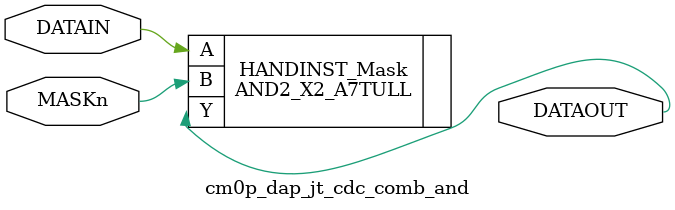
<source format=v>

module cm0p_dap_jt_cdc_comb_and
          (input  wire DATAIN,   // Data to be Masked
           input  wire MASKn,    // Mask Enable
           output wire DATAOUT); // Masked Data Output

  // --------------------------------------------------------------------------
  // This module is instantiated where an AND gate mask is required on a CDC
  // interface. In this case, it is necesssary to ensure that the output of
  // the mask does not glitch when the mask input is low.
  //
  // The implementation of this module must ensure that this requirement is
  // met.
  // --------------------------------------------------------------------------

  // --------------------------------------------------------------------------
  // In this example, the above behaviour is ensured by using an AND2 gate
  // To mask the data signal. The synthesis tool should be configured so that
  // these gates arent resynthesised into alternative gates, though resizing
  // is allowed.
  // --------------------------------------------------------------------------

  //----------------------------------------------------------------------------
  // Beginning of main code
  //----------------------------------------------------------------------------

  // AND Gate Mask
      AND2_X2_A7TULL HANDINST_Mask
        (.A (DATAIN),
         .B (MASKn),
         .Y (DATAOUT));

endmodule

</source>
